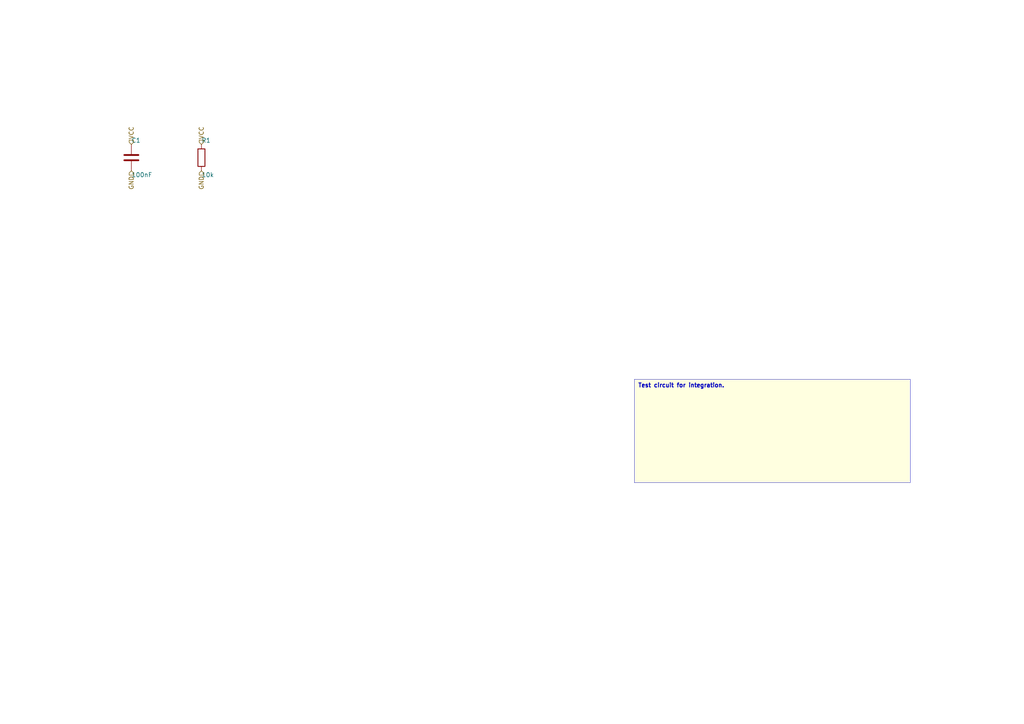
<source format=kicad_sch>
(kicad_sch (version 20250114) (generator "circuit_synth") (generator_version "9.0")
  (paper "A4")
  (lib_symbols
    (symbol "Device:C" (pin_numbers hide) (pin_names (offset 0.254))
      (property "Reference" "C" (at 0.0 0.0 0))
      (property "Value" "C" (at 0.0 0.0 0))
      (symbol "C_0_1"
        (polyline (pts (xy -2.032 0.762) (xy 2.032 0.762)) (stroke (width 0.508)))
        (polyline (pts (xy -2.032 -0.762) (xy 2.032 -0.762)) (stroke (width 0.508)))
      )
      (symbol "C_1_1"
        (pin passive line (at 0.0 3.81 270) (length 2.794) (name ~) (number "1"))
        (pin passive line (at 0.0 -3.81 90) (length 2.794) (name ~) (number "2"))
      )
    )
    (symbol "Device:R" (pin_numbers hide) (pin_names (offset 0.254))
      (property "Reference" "R" (at 0.0 0.0 0))
      (property "Value" "R" (at 0.0 0.0 0))
      (symbol "R_0_1"
        (rectangle (start -1.016 -2.54) (end 1.016 2.54) (stroke (width 0.254)))
      )
      (symbol "R_1_1"
        (pin passive line (at 0.0 3.81 270) (length 1.27) (name ~) (number "1"))
        (pin passive line (at 0.0 -3.81 90) (length 1.27) (name ~) (number "2"))
      )
    )
  )
  (title_block (title test_basic) (date 2025-08-06) (company Circuit-Synth))
  (symbol (lib_id "Device:R") (at 58.42 45.72 0) (unit 1)
    (property "Reference" "R1" (at 58.42 40.72 0) (effects (justify left)))
    (property "Value" "10k" (at 58.42 50.72 0) (effects (justify left)))
  )
  (symbol (lib_id "Device:C") (at 38.1 45.72 0) (unit 1)
    (property "Reference" "C1" (at 38.1 40.72 0) (effects (justify left)))
    (property "Value" "100nF" (at 38.1 50.72 0) (effects (justify left)))
  )
  (hierarchical_label VCC (shape input) (at 58.42 41.91 90))
  (hierarchical_label VCC (shape input) (at 38.1 41.91 90))
  (hierarchical_label GND (shape input) (at 58.42 49.53 270))
  (hierarchical_label GND (shape input) (at 38.1 49.53 270))
  (text_box "Test circuit for integration." (exclude_from_sim yes) (at 184.0 110.0 0) (size 80.0 30.0) (margins 1.0 1.0 1.0 1.0) (stroke (width 0.1)) (fill (type color) (color 255 255 224 1)) (effects (font (size 1.2 1.2) (thickness 0.254)) (justify left top)))
)
</source>
